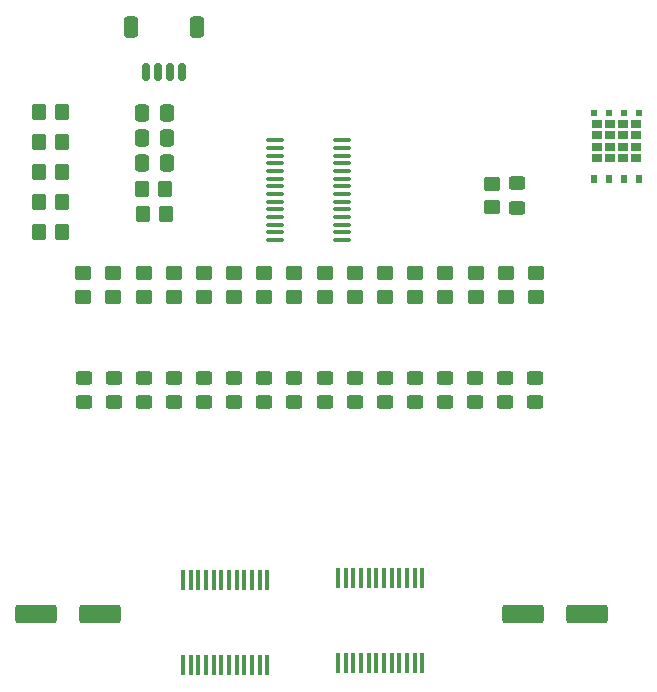
<source format=gbr>
%TF.GenerationSoftware,KiCad,Pcbnew,8.0.3*%
%TF.CreationDate,2024-08-07T13:20:03+02:00*%
%TF.ProjectId,motor_board,6d6f746f-725f-4626-9f61-72642e6b6963,0.1*%
%TF.SameCoordinates,Original*%
%TF.FileFunction,Paste,Top*%
%TF.FilePolarity,Positive*%
%FSLAX46Y46*%
G04 Gerber Fmt 4.6, Leading zero omitted, Abs format (unit mm)*
G04 Created by KiCad (PCBNEW 8.0.3) date 2024-08-07 13:20:03*
%MOMM*%
%LPD*%
G01*
G04 APERTURE LIST*
G04 Aperture macros list*
%AMRoundRect*
0 Rectangle with rounded corners*
0 $1 Rounding radius*
0 $2 $3 $4 $5 $6 $7 $8 $9 X,Y pos of 4 corners*
0 Add a 4 corners polygon primitive as box body*
4,1,4,$2,$3,$4,$5,$6,$7,$8,$9,$2,$3,0*
0 Add four circle primitives for the rounded corners*
1,1,$1+$1,$2,$3*
1,1,$1+$1,$4,$5*
1,1,$1+$1,$6,$7*
1,1,$1+$1,$8,$9*
0 Add four rect primitives between the rounded corners*
20,1,$1+$1,$2,$3,$4,$5,0*
20,1,$1+$1,$4,$5,$6,$7,0*
20,1,$1+$1,$6,$7,$8,$9,0*
20,1,$1+$1,$8,$9,$2,$3,0*%
G04 Aperture macros list end*
%ADD10RoundRect,0.250000X0.450000X-0.350000X0.450000X0.350000X-0.450000X0.350000X-0.450000X-0.350000X0*%
%ADD11RoundRect,0.250000X-0.450000X0.325000X-0.450000X-0.325000X0.450000X-0.325000X0.450000X0.325000X0*%
%ADD12R,0.450000X1.750000*%
%ADD13RoundRect,0.250000X-0.350000X-0.450000X0.350000X-0.450000X0.350000X0.450000X-0.350000X0.450000X0*%
%ADD14R,0.900000X0.780000*%
%ADD15R,0.500000X0.650000*%
%ADD16R,0.500000X0.550000*%
%ADD17RoundRect,0.250000X-1.500000X-0.550000X1.500000X-0.550000X1.500000X0.550000X-1.500000X0.550000X0*%
%ADD18RoundRect,0.100000X-0.637500X-0.100000X0.637500X-0.100000X0.637500X0.100000X-0.637500X0.100000X0*%
%ADD19RoundRect,0.150000X0.150000X0.625000X-0.150000X0.625000X-0.150000X-0.625000X0.150000X-0.625000X0*%
%ADD20RoundRect,0.250000X0.350000X0.650000X-0.350000X0.650000X-0.350000X-0.650000X0.350000X-0.650000X0*%
%ADD21RoundRect,0.250000X-0.337500X-0.475000X0.337500X-0.475000X0.337500X0.475000X-0.337500X0.475000X0*%
%ADD22RoundRect,0.250000X-0.450000X0.350000X-0.450000X-0.350000X0.450000X-0.350000X0.450000X0.350000X0*%
%ADD23RoundRect,0.250000X1.500000X0.550000X-1.500000X0.550000X-1.500000X-0.550000X1.500000X-0.550000X0*%
G04 APERTURE END LIST*
D10*
%TO.C,R24*%
X149017194Y-76100000D03*
X149017194Y-74100000D03*
%TD*%
D11*
%TO.C,D14*%
X115833340Y-82975000D03*
X115833340Y-85025000D03*
%TD*%
D10*
%TO.C,R25*%
X146461048Y-76100000D03*
X146461048Y-74100000D03*
%TD*%
D11*
%TO.C,D4*%
X141300000Y-82975000D03*
X141300000Y-85025000D03*
%TD*%
D10*
%TO.C,R22*%
X113231150Y-76100000D03*
X113231150Y-74100000D03*
%TD*%
D11*
%TO.C,D15*%
X113286674Y-82975000D03*
X113286674Y-85025000D03*
%TD*%
%TO.C,D6*%
X136206668Y-82975000D03*
X136206668Y-85025000D03*
%TD*%
D12*
%TO.C,U2*%
X119120000Y-107270000D03*
X119770000Y-107270000D03*
X120420000Y-107270000D03*
X121070000Y-107270000D03*
X121720000Y-107270000D03*
X122370000Y-107270000D03*
X123020000Y-107270000D03*
X123670000Y-107270000D03*
X124320000Y-107270000D03*
X124970000Y-107270000D03*
X125620000Y-107270000D03*
X126270000Y-107270000D03*
X126270000Y-100070000D03*
X125620000Y-100070000D03*
X124970000Y-100070000D03*
X124320000Y-100070000D03*
X123670000Y-100070000D03*
X123020000Y-100070000D03*
X122370000Y-100070000D03*
X121720000Y-100070000D03*
X121070000Y-100070000D03*
X120420000Y-100070000D03*
X119770000Y-100070000D03*
X119120000Y-100070000D03*
%TD*%
D13*
%TO.C,R3*%
X106900000Y-62980000D03*
X108900000Y-62980000D03*
%TD*%
D14*
%TO.C,Q1*%
X154180000Y-64360000D03*
X155280000Y-64360000D03*
X156380000Y-64360000D03*
X157480000Y-64360000D03*
X154180000Y-63380000D03*
X155280000Y-63380000D03*
X156380000Y-63380000D03*
X157480000Y-63380000D03*
X154180000Y-62400000D03*
X155280000Y-62400000D03*
X156380000Y-62400000D03*
X157480000Y-62400000D03*
X154180000Y-61420000D03*
X155280000Y-61420000D03*
X156380000Y-61420000D03*
X157480000Y-61420000D03*
D15*
X153925000Y-66110000D03*
X155195000Y-66110000D03*
X156465000Y-66110000D03*
X157735000Y-66110000D03*
D16*
X153925000Y-60560000D03*
X155195000Y-60560000D03*
X156465000Y-60560000D03*
X157735000Y-60560000D03*
%TD*%
D11*
%TO.C,D2*%
X147380000Y-66475000D03*
X147380000Y-68525000D03*
%TD*%
%TO.C,D5*%
X138753334Y-82975000D03*
X138753334Y-85025000D03*
%TD*%
D10*
%TO.C,R13*%
X136236464Y-76100000D03*
X136236464Y-74100000D03*
%TD*%
%TO.C,R14*%
X133680318Y-76100000D03*
X133680318Y-74100000D03*
%TD*%
D11*
%TO.C,D10*%
X126020004Y-82975000D03*
X126020004Y-85025000D03*
%TD*%
%TO.C,D18*%
X146393332Y-82975000D03*
X146393332Y-85025000D03*
%TD*%
%TO.C,D11*%
X123473338Y-82975000D03*
X123473338Y-85025000D03*
%TD*%
D17*
%TO.C,C1*%
X147920000Y-102950000D03*
X153320000Y-102950000D03*
%TD*%
D10*
%TO.C,R12*%
X138792610Y-76100000D03*
X138792610Y-74100000D03*
%TD*%
D11*
%TO.C,D7*%
X133660002Y-82975000D03*
X133660002Y-85025000D03*
%TD*%
D18*
%TO.C,U1*%
X126905000Y-62820000D03*
X126905000Y-63470000D03*
X126905000Y-64120000D03*
X126905000Y-64770000D03*
X126905000Y-65420000D03*
X126905000Y-66070000D03*
X126905000Y-66720000D03*
X126905000Y-67370000D03*
X126905000Y-68020000D03*
X126905000Y-68670000D03*
X126905000Y-69320000D03*
X126905000Y-69970000D03*
X126905000Y-70620000D03*
X126905000Y-71270000D03*
X132630000Y-71270000D03*
X132630000Y-70620000D03*
X132630000Y-69970000D03*
X132630000Y-69320000D03*
X132630000Y-68670000D03*
X132630000Y-68020000D03*
X132630000Y-67370000D03*
X132630000Y-66720000D03*
X132630000Y-66070000D03*
X132630000Y-65420000D03*
X132630000Y-64770000D03*
X132630000Y-64120000D03*
X132630000Y-63470000D03*
X132630000Y-62820000D03*
%TD*%
D11*
%TO.C,D8*%
X131113336Y-82975000D03*
X131113336Y-85025000D03*
%TD*%
%TO.C,D13*%
X118380006Y-82975000D03*
X118380006Y-85025000D03*
%TD*%
D10*
%TO.C,R21*%
X115787296Y-76100000D03*
X115787296Y-74100000D03*
%TD*%
D13*
%TO.C,R6*%
X106900000Y-68060000D03*
X108900000Y-68060000D03*
%TD*%
D10*
%TO.C,R19*%
X120899588Y-76100000D03*
X120899588Y-74100000D03*
%TD*%
D13*
%TO.C,R1*%
X106900000Y-60440000D03*
X108900000Y-60440000D03*
%TD*%
%TO.C,R4*%
X115700000Y-69090000D03*
X117700000Y-69090000D03*
%TD*%
D10*
%TO.C,R20*%
X118343442Y-76100000D03*
X118343442Y-74100000D03*
%TD*%
D19*
%TO.C,J10*%
X119030000Y-57075000D03*
X118030000Y-57075000D03*
X117030000Y-57075000D03*
X116030000Y-57075000D03*
D20*
X120330000Y-53200000D03*
X114730000Y-53200000D03*
%TD*%
D11*
%TO.C,D16*%
X110739998Y-82975000D03*
X110739998Y-85025000D03*
%TD*%
D21*
%TO.C,C4*%
X115682500Y-62600000D03*
X117757500Y-62600000D03*
%TD*%
D13*
%TO.C,R2*%
X115640000Y-66960000D03*
X117640000Y-66960000D03*
%TD*%
D10*
%TO.C,R15*%
X131124172Y-76100000D03*
X131124172Y-74100000D03*
%TD*%
D22*
%TO.C,R9*%
X145280000Y-66500000D03*
X145280000Y-68500000D03*
%TD*%
D10*
%TO.C,R16*%
X128568026Y-76100000D03*
X128568026Y-74100000D03*
%TD*%
D13*
%TO.C,R5*%
X106900000Y-65520000D03*
X108900000Y-65520000D03*
%TD*%
D12*
%TO.C,U3*%
X132240000Y-107070000D03*
X132890000Y-107070000D03*
X133540000Y-107070000D03*
X134190000Y-107070000D03*
X134840000Y-107070000D03*
X135490000Y-107070000D03*
X136140000Y-107070000D03*
X136790000Y-107070000D03*
X137440000Y-107070000D03*
X138090000Y-107070000D03*
X138740000Y-107070000D03*
X139390000Y-107070000D03*
X139390000Y-99870000D03*
X138740000Y-99870000D03*
X138090000Y-99870000D03*
X137440000Y-99870000D03*
X136790000Y-99870000D03*
X136140000Y-99870000D03*
X135490000Y-99870000D03*
X134840000Y-99870000D03*
X134190000Y-99870000D03*
X133540000Y-99870000D03*
X132890000Y-99870000D03*
X132240000Y-99870000D03*
%TD*%
D11*
%TO.C,D3*%
X143846666Y-82975000D03*
X143846666Y-85025000D03*
%TD*%
%TO.C,D17*%
X148939998Y-82975000D03*
X148939998Y-85025000D03*
%TD*%
D10*
%TO.C,R10*%
X143904902Y-76100000D03*
X143904902Y-74100000D03*
%TD*%
%TO.C,R18*%
X123455734Y-76100000D03*
X123455734Y-74100000D03*
%TD*%
%TO.C,R23*%
X110675000Y-76100000D03*
X110675000Y-74100000D03*
%TD*%
%TO.C,R17*%
X126011880Y-76100000D03*
X126011880Y-74100000D03*
%TD*%
D11*
%TO.C,D9*%
X128566670Y-82975000D03*
X128566670Y-85025000D03*
%TD*%
D23*
%TO.C,C2*%
X112110000Y-102970000D03*
X106710000Y-102970000D03*
%TD*%
D10*
%TO.C,R11*%
X141348756Y-76100000D03*
X141348756Y-74100000D03*
%TD*%
D21*
%TO.C,C3*%
X115662500Y-64795000D03*
X117737500Y-64795000D03*
%TD*%
%TO.C,C5*%
X115682500Y-60490000D03*
X117757500Y-60490000D03*
%TD*%
D11*
%TO.C,D12*%
X120926672Y-82975000D03*
X120926672Y-85025000D03*
%TD*%
D13*
%TO.C,R7*%
X106900000Y-70600000D03*
X108900000Y-70600000D03*
%TD*%
M02*

</source>
